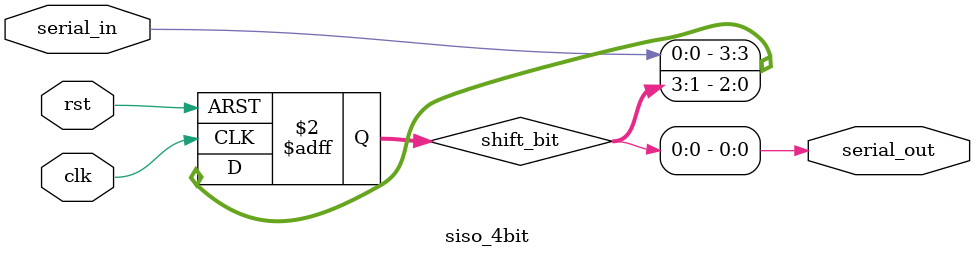
<source format=v>
module siso_4bit(
     input clk, rst, serial_in,
	 output serial_out
	 );
	 reg [3:0] shift_bit;
	 
     always @(posedge clk or posedge rst) begin
         if(rst)
           shift_bit <= 4'b0000;
		 else 
		   shift_bit <= {serial_in, shift_bit[3:1]};
		end
	 assign serial_out = shift_bit[0];
	endmodule
</source>
